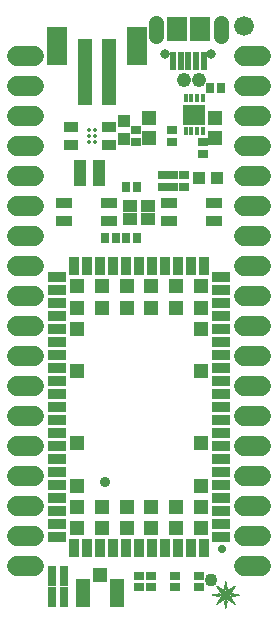
<source format=gts>
G75*
%MOIN*%
%OFA0B0*%
%FSLAX25Y25*%
%IPPOS*%
%LPD*%
%AMOC8*
5,1,8,0,0,1.08239X$1,22.5*
%
%ADD10R,0.02375X0.06115*%
%ADD11R,0.06706X0.08280*%
%ADD12C,0.03162*%
%ADD13C,0.05131*%
%ADD14R,0.05721X0.03359*%
%ADD15R,0.03950X0.03950*%
%ADD16R,0.03200X0.02600*%
%ADD17C,0.06600*%
%ADD18R,0.04934X0.09461*%
%ADD19R,0.04737X0.04934*%
%ADD20R,0.02600X0.03200*%
%ADD21C,0.00100*%
%ADD22R,0.03543X0.06299*%
%ADD23R,0.06299X0.03543*%
%ADD24C,0.02769*%
%ADD25R,0.04724X0.04724*%
%ADD26C,0.03556*%
%ADD27C,0.04343*%
%ADD28R,0.04737X0.03950*%
%ADD29R,0.07099X0.12611*%
%ADD30R,0.04737X0.22454*%
%ADD31R,0.04343X0.08674*%
%ADD32R,0.04900X0.03600*%
%ADD33R,0.01181X0.03150*%
%ADD34R,0.07402X0.06811*%
%ADD35R,0.04737X0.05131*%
%ADD36C,0.01378*%
%ADD37C,0.04762*%
%ADD38C,0.06600*%
D10*
X0089045Y0187969D03*
X0091604Y0187969D03*
X0094163Y0187969D03*
X0096723Y0187969D03*
X0099282Y0187969D03*
D11*
X0098100Y0198500D03*
X0090226Y0198461D03*
D12*
X0086486Y0190232D03*
X0101841Y0190232D03*
D13*
X0105089Y0196335D02*
X0105089Y0200665D01*
X0083238Y0200665D02*
X0083238Y0196335D01*
D14*
X0087782Y0140551D03*
X0087782Y0134449D03*
X0102545Y0134449D03*
X0102545Y0140551D03*
X0067545Y0140551D03*
X0067545Y0134449D03*
X0052782Y0134449D03*
X0052782Y0140551D03*
D15*
X0072663Y0162047D03*
X0072663Y0167953D03*
X0097711Y0149000D03*
X0103616Y0149000D03*
D16*
X0092663Y0149900D03*
X0089163Y0149900D03*
X0085663Y0149900D03*
X0085663Y0146100D03*
X0089163Y0146100D03*
X0092663Y0146100D03*
X0099163Y0157100D03*
X0099163Y0160900D03*
X0088663Y0161100D03*
X0088663Y0164900D03*
X0076663Y0164900D03*
X0076663Y0161100D03*
X0077663Y0016400D03*
X0081663Y0016400D03*
X0089663Y0016400D03*
X0089663Y0012600D03*
X0081663Y0012600D03*
X0077663Y0012600D03*
X0097663Y0012600D03*
X0097663Y0016400D03*
D17*
X0042663Y0019500D02*
X0036863Y0019500D01*
X0036863Y0029500D02*
X0042663Y0029500D01*
X0042663Y0039500D02*
X0036863Y0039500D01*
X0036863Y0049500D02*
X0042663Y0049500D01*
X0042663Y0059500D02*
X0036863Y0059500D01*
X0036863Y0069500D02*
X0042663Y0069500D01*
X0042663Y0079500D02*
X0036863Y0079500D01*
X0036863Y0089500D02*
X0042663Y0089500D01*
X0042663Y0099500D02*
X0036863Y0099500D01*
X0036863Y0109500D02*
X0042663Y0109500D01*
X0042663Y0119500D02*
X0036863Y0119500D01*
X0036863Y0129500D02*
X0042663Y0129500D01*
X0042663Y0139500D02*
X0036863Y0139500D01*
X0036863Y0149500D02*
X0042663Y0149500D01*
X0042663Y0159500D02*
X0036863Y0159500D01*
X0036863Y0169500D02*
X0042663Y0169500D01*
X0042663Y0179500D02*
X0036863Y0179500D01*
X0036863Y0189500D02*
X0042663Y0189500D01*
X0112663Y0189500D02*
X0118463Y0189500D01*
X0118463Y0179500D02*
X0112663Y0179500D01*
X0112663Y0169500D02*
X0118463Y0169500D01*
X0118463Y0159500D02*
X0112663Y0159500D01*
X0112663Y0149500D02*
X0118463Y0149500D01*
X0118463Y0139500D02*
X0112663Y0139500D01*
X0112663Y0129500D02*
X0118463Y0129500D01*
X0118463Y0119500D02*
X0112663Y0119500D01*
X0112663Y0109500D02*
X0118463Y0109500D01*
X0118463Y0099500D02*
X0112663Y0099500D01*
X0112663Y0089500D02*
X0118463Y0089500D01*
X0118463Y0079500D02*
X0112663Y0079500D01*
X0112663Y0069500D02*
X0118463Y0069500D01*
X0118463Y0059500D02*
X0112663Y0059500D01*
X0112663Y0049500D02*
X0118463Y0049500D01*
X0118463Y0039500D02*
X0112663Y0039500D01*
X0112663Y0029500D02*
X0118463Y0029500D01*
X0118463Y0019500D02*
X0112663Y0019500D01*
D18*
X0070471Y0010500D03*
X0058856Y0010500D03*
D19*
X0064663Y0016514D03*
D20*
X0052563Y0018000D03*
X0048763Y0018000D03*
X0048763Y0014500D03*
X0048763Y0011000D03*
X0052563Y0011000D03*
X0052563Y0014500D03*
X0052563Y0007500D03*
X0048763Y0007500D03*
X0066263Y0129000D03*
X0070063Y0129000D03*
X0073263Y0129000D03*
X0077063Y0129000D03*
X0077063Y0146000D03*
X0073263Y0146000D03*
X0101263Y0179000D03*
X0105063Y0179000D03*
D21*
X0106463Y0014500D02*
X0106963Y0012100D01*
X0106463Y0011800D01*
X0105963Y0012100D01*
X0106463Y0014500D01*
X0106453Y0014450D02*
X0106474Y0014450D01*
X0106494Y0014351D02*
X0106432Y0014351D01*
X0106412Y0014253D02*
X0106515Y0014253D01*
X0106536Y0014154D02*
X0106391Y0014154D01*
X0106371Y0014056D02*
X0106556Y0014056D01*
X0106577Y0013957D02*
X0106350Y0013957D01*
X0106330Y0013859D02*
X0106597Y0013859D01*
X0106618Y0013760D02*
X0106309Y0013760D01*
X0106289Y0013662D02*
X0106638Y0013662D01*
X0106659Y0013563D02*
X0106268Y0013563D01*
X0106248Y0013465D02*
X0106679Y0013465D01*
X0106700Y0013366D02*
X0106227Y0013366D01*
X0106207Y0013268D02*
X0106720Y0013268D01*
X0106741Y0013169D02*
X0106186Y0013169D01*
X0106166Y0013070D02*
X0106761Y0013070D01*
X0106782Y0012972D02*
X0106145Y0012972D01*
X0106125Y0012873D02*
X0106802Y0012873D01*
X0106823Y0012775D02*
X0106104Y0012775D01*
X0106084Y0012676D02*
X0106843Y0012676D01*
X0106864Y0012578D02*
X0106063Y0012578D01*
X0106043Y0012479D02*
X0106884Y0012479D01*
X0106905Y0012381D02*
X0106022Y0012381D01*
X0106001Y0012282D02*
X0106925Y0012282D01*
X0106946Y0012184D02*
X0105981Y0012184D01*
X0105988Y0012085D02*
X0106939Y0012085D01*
X0106775Y0011987D02*
X0106152Y0011987D01*
X0106316Y0011888D02*
X0106611Y0011888D01*
X0106944Y0011494D02*
X0108493Y0011494D01*
X0108427Y0011396D02*
X0106783Y0011396D01*
X0106622Y0011297D02*
X0108362Y0011297D01*
X0108296Y0011199D02*
X0104668Y0011199D01*
X0104730Y0011100D02*
X0108230Y0011100D01*
X0108165Y0011002D02*
X0104792Y0011002D01*
X0104855Y0010903D02*
X0108099Y0010903D01*
X0108033Y0010805D02*
X0104917Y0010805D01*
X0104980Y0010706D02*
X0107968Y0010706D01*
X0107902Y0010608D02*
X0105042Y0010608D01*
X0105104Y0010509D02*
X0107836Y0010509D01*
X0107771Y0010411D02*
X0105167Y0010411D01*
X0105229Y0010312D02*
X0107705Y0010312D01*
X0107639Y0010214D02*
X0105291Y0010214D01*
X0105354Y0010115D02*
X0107574Y0010115D01*
X0107563Y0010100D02*
X0109563Y0013100D01*
X0106463Y0011200D01*
X0103463Y0013100D01*
X0105363Y0010100D01*
X0103363Y0006900D01*
X0106463Y0008900D01*
X0109563Y0007000D01*
X0107563Y0010100D01*
X0107617Y0010017D02*
X0105311Y0010017D01*
X0105250Y0009918D02*
X0107681Y0009918D01*
X0107744Y0009820D02*
X0105188Y0009820D01*
X0105127Y0009721D02*
X0107808Y0009721D01*
X0107871Y0009623D02*
X0105065Y0009623D01*
X0105004Y0009524D02*
X0107935Y0009524D01*
X0107999Y0009426D02*
X0104942Y0009426D01*
X0104880Y0009327D02*
X0108062Y0009327D01*
X0108126Y0009229D02*
X0104819Y0009229D01*
X0104757Y0009130D02*
X0108189Y0009130D01*
X0108253Y0009032D02*
X0104696Y0009032D01*
X0104634Y0008933D02*
X0108316Y0008933D01*
X0108380Y0008834D02*
X0106570Y0008834D01*
X0106731Y0008736D02*
X0108443Y0008736D01*
X0108507Y0008637D02*
X0106892Y0008637D01*
X0107053Y0008539D02*
X0108571Y0008539D01*
X0108634Y0008440D02*
X0107213Y0008440D01*
X0107374Y0008342D02*
X0108698Y0008342D01*
X0108761Y0008243D02*
X0107535Y0008243D01*
X0107695Y0008145D02*
X0108825Y0008145D01*
X0108888Y0008046D02*
X0107856Y0008046D01*
X0108017Y0007948D02*
X0108952Y0007948D01*
X0109015Y0007849D02*
X0108178Y0007849D01*
X0108338Y0007751D02*
X0109079Y0007751D01*
X0109143Y0007652D02*
X0108499Y0007652D01*
X0108660Y0007554D02*
X0109206Y0007554D01*
X0109270Y0007455D02*
X0108821Y0007455D01*
X0108981Y0007357D02*
X0109333Y0007357D01*
X0109397Y0007258D02*
X0109142Y0007258D01*
X0109303Y0007160D02*
X0109460Y0007160D01*
X0109463Y0007061D02*
X0109524Y0007061D01*
X0109121Y0009721D02*
X0108491Y0009721D01*
X0108550Y0009623D02*
X0108667Y0009623D01*
X0108563Y0009600D02*
X0110863Y0010100D01*
X0108563Y0010600D01*
X0108263Y0010100D01*
X0108563Y0009600D01*
X0108432Y0009820D02*
X0109574Y0009820D01*
X0110027Y0009918D02*
X0108373Y0009918D01*
X0108313Y0010017D02*
X0110480Y0010017D01*
X0110341Y0010214D02*
X0108332Y0010214D01*
X0108391Y0010312D02*
X0109887Y0010312D01*
X0109434Y0010411D02*
X0108450Y0010411D01*
X0108509Y0010509D02*
X0108981Y0010509D01*
X0108273Y0010115D02*
X0110794Y0010115D01*
X0108559Y0011593D02*
X0107104Y0011593D01*
X0107265Y0011691D02*
X0108624Y0011691D01*
X0108690Y0011790D02*
X0107426Y0011790D01*
X0107587Y0011888D02*
X0108756Y0011888D01*
X0108821Y0011987D02*
X0107747Y0011987D01*
X0107908Y0012085D02*
X0108887Y0012085D01*
X0108953Y0012184D02*
X0108069Y0012184D01*
X0108229Y0012282D02*
X0109018Y0012282D01*
X0109084Y0012381D02*
X0108390Y0012381D01*
X0108551Y0012479D02*
X0109150Y0012479D01*
X0109215Y0012578D02*
X0108712Y0012578D01*
X0108872Y0012676D02*
X0109281Y0012676D01*
X0109347Y0012775D02*
X0109033Y0012775D01*
X0109194Y0012873D02*
X0109412Y0012873D01*
X0109355Y0012972D02*
X0109478Y0012972D01*
X0109515Y0013070D02*
X0109544Y0013070D01*
X0106310Y0011297D02*
X0104605Y0011297D01*
X0104543Y0011396D02*
X0106154Y0011396D01*
X0105999Y0011494D02*
X0104480Y0011494D01*
X0104418Y0011593D02*
X0105843Y0011593D01*
X0105688Y0011691D02*
X0104356Y0011691D01*
X0104293Y0011790D02*
X0105532Y0011790D01*
X0105377Y0011888D02*
X0104231Y0011888D01*
X0104168Y0011987D02*
X0105221Y0011987D01*
X0105066Y0012085D02*
X0104106Y0012085D01*
X0104044Y0012184D02*
X0104910Y0012184D01*
X0104754Y0012282D02*
X0103981Y0012282D01*
X0103919Y0012381D02*
X0104599Y0012381D01*
X0104443Y0012479D02*
X0103856Y0012479D01*
X0103794Y0012578D02*
X0104288Y0012578D01*
X0104132Y0012676D02*
X0103732Y0012676D01*
X0103669Y0012775D02*
X0103977Y0012775D01*
X0103821Y0012873D02*
X0103607Y0012873D01*
X0103666Y0012972D02*
X0103545Y0012972D01*
X0103510Y0013070D02*
X0103482Y0013070D01*
X0103946Y0010509D02*
X0104436Y0010509D01*
X0104363Y0010600D02*
X0104763Y0010100D01*
X0104363Y0009600D01*
X0102063Y0010100D01*
X0104363Y0010600D01*
X0104515Y0010411D02*
X0103493Y0010411D01*
X0103039Y0010312D02*
X0104594Y0010312D01*
X0104673Y0010214D02*
X0102586Y0010214D01*
X0102447Y0010017D02*
X0104697Y0010017D01*
X0104751Y0010115D02*
X0102133Y0010115D01*
X0102900Y0009918D02*
X0104618Y0009918D01*
X0104539Y0009820D02*
X0103353Y0009820D01*
X0103806Y0009721D02*
X0104460Y0009721D01*
X0104382Y0009623D02*
X0104260Y0009623D01*
X0104573Y0008834D02*
X0106362Y0008834D01*
X0106209Y0008736D02*
X0104511Y0008736D01*
X0104449Y0008637D02*
X0106057Y0008637D01*
X0105904Y0008539D02*
X0104388Y0008539D01*
X0104326Y0008440D02*
X0105751Y0008440D01*
X0105598Y0008342D02*
X0104265Y0008342D01*
X0104203Y0008243D02*
X0105446Y0008243D01*
X0105293Y0008145D02*
X0104142Y0008145D01*
X0104080Y0008046D02*
X0105140Y0008046D01*
X0104988Y0007948D02*
X0104018Y0007948D01*
X0103957Y0007849D02*
X0104835Y0007849D01*
X0104682Y0007751D02*
X0103895Y0007751D01*
X0103834Y0007652D02*
X0104530Y0007652D01*
X0104377Y0007554D02*
X0103772Y0007554D01*
X0103711Y0007455D02*
X0104224Y0007455D01*
X0104072Y0007357D02*
X0103649Y0007357D01*
X0103587Y0007258D02*
X0103919Y0007258D01*
X0103766Y0007160D02*
X0103526Y0007160D01*
X0103464Y0007061D02*
X0103613Y0007061D01*
X0103461Y0006963D02*
X0103403Y0006963D01*
X0106056Y0007554D02*
X0106871Y0007554D01*
X0106891Y0007652D02*
X0106036Y0007652D01*
X0106015Y0007751D02*
X0106912Y0007751D01*
X0106932Y0007849D02*
X0105995Y0007849D01*
X0105974Y0007948D02*
X0106953Y0007948D01*
X0106963Y0008000D02*
X0106463Y0008300D01*
X0105963Y0008000D01*
X0106463Y0005600D01*
X0106963Y0008000D01*
X0106886Y0008046D02*
X0106041Y0008046D01*
X0106205Y0008145D02*
X0106722Y0008145D01*
X0106558Y0008243D02*
X0106369Y0008243D01*
X0106077Y0007455D02*
X0106850Y0007455D01*
X0106829Y0007357D02*
X0106097Y0007357D01*
X0106118Y0007258D02*
X0106809Y0007258D01*
X0106788Y0007160D02*
X0106139Y0007160D01*
X0106159Y0007061D02*
X0106768Y0007061D01*
X0106747Y0006963D02*
X0106180Y0006963D01*
X0106200Y0006864D02*
X0106727Y0006864D01*
X0106706Y0006766D02*
X0106221Y0006766D01*
X0106241Y0006667D02*
X0106686Y0006667D01*
X0106665Y0006569D02*
X0106262Y0006569D01*
X0106282Y0006470D02*
X0106645Y0006470D01*
X0106624Y0006372D02*
X0106303Y0006372D01*
X0106323Y0006273D02*
X0106604Y0006273D01*
X0106583Y0006175D02*
X0106344Y0006175D01*
X0106364Y0006076D02*
X0106563Y0006076D01*
X0106542Y0005978D02*
X0106385Y0005978D01*
X0106405Y0005879D02*
X0106522Y0005879D01*
X0106501Y0005781D02*
X0106426Y0005781D01*
X0106446Y0005682D02*
X0106481Y0005682D01*
D22*
X0099317Y0025453D03*
X0094986Y0025453D03*
X0090656Y0025453D03*
X0086325Y0025453D03*
X0081994Y0025453D03*
X0077663Y0025453D03*
X0073333Y0025453D03*
X0069002Y0025453D03*
X0064671Y0025453D03*
X0060341Y0025453D03*
X0056010Y0025453D03*
X0056010Y0119547D03*
X0060341Y0119547D03*
X0064671Y0119547D03*
X0069002Y0119547D03*
X0073333Y0119547D03*
X0077663Y0119547D03*
X0081994Y0119547D03*
X0086325Y0119547D03*
X0090656Y0119547D03*
X0094986Y0119547D03*
X0099317Y0119547D03*
D23*
X0105026Y0115807D03*
X0105026Y0111476D03*
X0105026Y0107146D03*
X0105026Y0102815D03*
X0105026Y0098484D03*
X0105026Y0094154D03*
X0105026Y0089823D03*
X0105026Y0085492D03*
X0105026Y0081161D03*
X0105026Y0076831D03*
X0105026Y0072500D03*
X0105026Y0068169D03*
X0105026Y0063839D03*
X0105026Y0059508D03*
X0105026Y0055177D03*
X0105026Y0050846D03*
X0105026Y0046516D03*
X0105026Y0042185D03*
X0105026Y0037854D03*
X0105026Y0033524D03*
X0105026Y0029193D03*
X0050301Y0029193D03*
X0050301Y0033524D03*
X0050301Y0037854D03*
X0050301Y0042185D03*
X0050301Y0046516D03*
X0050301Y0050846D03*
X0050301Y0055177D03*
X0050301Y0059508D03*
X0050301Y0063839D03*
X0050301Y0068169D03*
X0050301Y0072500D03*
X0050301Y0076831D03*
X0050301Y0081161D03*
X0050301Y0085492D03*
X0050301Y0089823D03*
X0050301Y0094154D03*
X0050301Y0098484D03*
X0050301Y0102815D03*
X0050301Y0107146D03*
X0050301Y0111476D03*
X0050301Y0115807D03*
D24*
X0105223Y0025256D03*
D25*
X0098333Y0032146D03*
X0090065Y0032146D03*
X0081797Y0032146D03*
X0073530Y0032146D03*
X0065262Y0032146D03*
X0056994Y0032146D03*
X0056994Y0039232D03*
X0065262Y0039232D03*
X0073530Y0039232D03*
X0081797Y0039232D03*
X0090065Y0039232D03*
X0098333Y0039232D03*
X0098333Y0046319D03*
X0098333Y0060492D03*
X0056994Y0060492D03*
X0056994Y0046319D03*
X0056994Y0084508D03*
X0056994Y0098681D03*
X0056994Y0105768D03*
X0065262Y0105768D03*
X0073530Y0105768D03*
X0081797Y0105768D03*
X0090065Y0105768D03*
X0098333Y0105768D03*
X0098333Y0112854D03*
X0090065Y0112854D03*
X0081797Y0112854D03*
X0073530Y0112854D03*
X0065262Y0112854D03*
X0056994Y0112854D03*
X0098333Y0098681D03*
X0098333Y0084508D03*
D26*
X0066356Y0047539D03*
D27*
X0101789Y0014861D03*
D28*
X0080616Y0135335D03*
X0074711Y0135335D03*
X0074711Y0139665D03*
X0080616Y0139665D03*
D29*
X0077049Y0193063D03*
X0050278Y0193063D03*
D30*
X0059726Y0184126D03*
X0067600Y0184126D03*
D31*
X0064313Y0150500D03*
X0058014Y0150500D03*
D32*
X0055163Y0160050D03*
X0055163Y0165950D03*
X0067663Y0165950D03*
X0067663Y0160050D03*
D33*
X0093211Y0164488D03*
X0093211Y0164488D03*
X0095179Y0164488D03*
X0097148Y0164488D03*
X0099116Y0164488D03*
X0099116Y0175512D03*
X0097148Y0175512D03*
X0095179Y0175512D03*
X0093211Y0175512D03*
D34*
X0096163Y0170000D03*
D35*
X0103163Y0168846D03*
X0103163Y0162154D03*
X0081163Y0162154D03*
X0081163Y0168846D03*
D36*
X0063148Y0164969D03*
X0061179Y0164969D03*
X0061179Y0163000D03*
X0061179Y0161031D03*
X0063148Y0161031D03*
X0063148Y0163000D03*
D37*
X0092663Y0181500D03*
X0097663Y0181500D03*
D38*
X0112663Y0199500D03*
M02*

</source>
